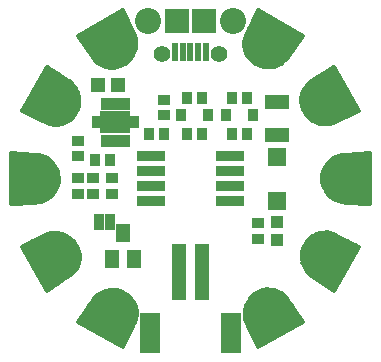
<source format=gts>
G75*
%MOIN*%
%OFA0B0*%
%FSLAX24Y24*%
%IPPOS*%
%LPD*%
%AMOC8*
5,1,8,0,0,1.08239X$1,22.5*
%
%ADD10R,0.0950X0.0320*%
%ADD11R,0.0237X0.0631*%
%ADD12R,0.0789X0.0789*%
%ADD13C,0.0556*%
%ADD14C,0.0867*%
%ADD15R,0.0789X0.0474*%
%ADD16R,0.0395X0.0395*%
%ADD17R,0.0190X0.0415*%
%ADD18R,0.1025X0.0730*%
%ADD19R,0.0356X0.0190*%
%ADD20R,0.0328X0.0407*%
%ADD21R,0.0474X0.0631*%
%ADD22R,0.0631X0.0631*%
%ADD23R,0.0513X0.0474*%
%ADD24R,0.0356X0.0434*%
%ADD25R,0.0434X0.0356*%
%ADD26R,0.0330X0.0580*%
%ADD27C,0.1346*%
%ADD28C,0.0120*%
%ADD29R,0.0474X0.1891*%
%ADD30R,0.0710X0.1340*%
D10*
X004860Y005430D03*
X004860Y005930D03*
X004860Y006430D03*
X004860Y006930D03*
X007510Y006930D03*
X007510Y006430D03*
X007510Y005930D03*
X007510Y005430D03*
D11*
X006692Y010387D03*
X006436Y010387D03*
X006180Y010387D03*
X005924Y010387D03*
X005668Y010387D03*
D12*
X005727Y011430D03*
X006633Y011430D03*
D13*
X007135Y010328D03*
X005225Y010328D03*
D14*
X004759Y011430D03*
X007601Y011430D03*
D15*
X009055Y008731D03*
X009055Y007629D03*
D16*
X009055Y004725D03*
X009055Y004135D03*
D17*
X004074Y007445D03*
X003877Y007445D03*
X003680Y007445D03*
X003483Y007445D03*
X003286Y007445D03*
X003286Y008665D03*
X003483Y008665D03*
X003680Y008665D03*
X003877Y008665D03*
X004074Y008665D03*
D18*
X003680Y008055D03*
D19*
X003070Y007957D03*
X003070Y008153D03*
X004290Y008153D03*
X004290Y007957D03*
D20*
X005852Y008305D03*
X006758Y008305D03*
X007352Y008305D03*
X008258Y008305D03*
D21*
X003930Y004363D03*
X003556Y003497D03*
X004304Y003497D03*
D22*
X009055Y005452D03*
X009055Y006908D03*
D23*
X003765Y009305D03*
X003095Y009305D03*
D24*
X004799Y007680D03*
X005311Y007680D03*
X006049Y007680D03*
X006561Y007680D03*
X007549Y007680D03*
X008061Y007680D03*
X008061Y008868D03*
X007549Y008868D03*
X006561Y008868D03*
X006049Y008868D03*
X003498Y006805D03*
X002987Y006805D03*
D25*
X002430Y006924D03*
X002430Y007436D03*
X002430Y006186D03*
X002930Y006186D03*
X002930Y005674D03*
X002430Y005674D03*
X003555Y005674D03*
X003555Y006186D03*
X005305Y008299D03*
X005305Y008811D03*
X008430Y004686D03*
X008430Y004174D03*
D26*
X003482Y004743D03*
X003128Y004743D03*
D27*
X001680Y003580D03*
X003580Y001680D03*
X000993Y006180D03*
X001680Y008780D03*
X003580Y010680D03*
X008780Y010680D03*
X010680Y008780D03*
X011368Y006180D03*
X010680Y003580D03*
X008780Y001680D03*
D28*
X001412Y002444D02*
X000562Y003916D01*
X001280Y004273D01*
X001394Y004325D01*
X001514Y004358D01*
X001638Y004373D01*
X001763Y004369D01*
X001885Y004346D01*
X002003Y004305D01*
X002113Y004246D01*
X002213Y004171D01*
X002300Y004082D01*
X002373Y003980D01*
X002430Y003867D01*
X002468Y003747D01*
X002486Y003622D01*
X002483Y003495D01*
X002461Y003371D01*
X002418Y003252D01*
X002357Y003141D01*
X002279Y003042D01*
X002186Y002956D01*
X002080Y002887D01*
X001412Y002444D01*
X001351Y002550D02*
X001572Y002550D01*
X001751Y002669D02*
X001282Y002669D01*
X001214Y002787D02*
X001929Y002787D01*
X002108Y002906D02*
X001146Y002906D01*
X001077Y003024D02*
X002259Y003024D01*
X002358Y003143D02*
X001009Y003143D01*
X000940Y003261D02*
X002421Y003261D01*
X002462Y003380D02*
X000872Y003380D01*
X000804Y003498D02*
X002483Y003498D01*
X002486Y003617D02*
X000735Y003617D01*
X000667Y003735D02*
X002469Y003735D01*
X002434Y003854D02*
X000598Y003854D01*
X000675Y003972D02*
X002377Y003972D01*
X002292Y004091D02*
X000913Y004091D01*
X001152Y004209D02*
X002162Y004209D01*
X001939Y004328D02*
X001404Y004328D01*
X001150Y005394D02*
X000193Y005394D01*
X000193Y005330D02*
X000193Y007030D01*
X000993Y006980D01*
X001117Y006968D01*
X001238Y006937D01*
X001353Y006888D01*
X001459Y006822D01*
X001553Y006741D01*
X001635Y006646D01*
X001701Y006540D01*
X001750Y006425D01*
X001780Y006304D01*
X001793Y006180D01*
X001785Y006054D01*
X001758Y005930D01*
X001711Y005813D01*
X001646Y005705D01*
X001564Y005609D01*
X001468Y005527D01*
X001359Y005461D01*
X001242Y005415D01*
X001119Y005387D01*
X000993Y005380D01*
X000193Y005330D01*
X000193Y005513D02*
X001444Y005513D01*
X001583Y005631D02*
X000193Y005631D01*
X000193Y005750D02*
X001673Y005750D01*
X001733Y005868D02*
X000193Y005868D01*
X000193Y005987D02*
X001770Y005987D01*
X001788Y006105D02*
X000193Y006105D01*
X000193Y006224D02*
X001788Y006224D01*
X001771Y006342D02*
X000193Y006342D01*
X000193Y006461D02*
X001735Y006461D01*
X001676Y006579D02*
X000193Y006579D01*
X000193Y006698D02*
X001591Y006698D01*
X001466Y006816D02*
X000193Y006816D01*
X000193Y006935D02*
X001244Y006935D01*
X001513Y007992D02*
X001393Y008030D01*
X001280Y008087D01*
X000562Y008444D01*
X001412Y009916D01*
X002080Y009473D01*
X002182Y009400D01*
X002271Y009313D01*
X002346Y009213D01*
X002405Y009103D01*
X002446Y008985D01*
X002469Y008863D01*
X002473Y008738D01*
X002458Y008614D01*
X002425Y008494D01*
X002373Y008380D01*
X002304Y008274D01*
X002218Y008181D01*
X002119Y008103D01*
X002008Y008042D01*
X001889Y007999D01*
X001765Y007977D01*
X001638Y007974D01*
X001513Y007992D01*
X001486Y008001D02*
X001894Y008001D01*
X002140Y008120D02*
X001215Y008120D01*
X000976Y008238D02*
X002270Y008238D01*
X002357Y008357D02*
X000738Y008357D01*
X000580Y008475D02*
X002416Y008475D01*
X002453Y008594D02*
X000649Y008594D01*
X000717Y008712D02*
X002470Y008712D01*
X002470Y008831D02*
X000785Y008831D01*
X000854Y008949D02*
X002453Y008949D01*
X002417Y009068D02*
X000922Y009068D01*
X000991Y009186D02*
X002360Y009186D01*
X002277Y009305D02*
X001059Y009305D01*
X001127Y009423D02*
X002150Y009423D01*
X001977Y009542D02*
X001196Y009542D01*
X001264Y009660D02*
X001798Y009660D01*
X001619Y009779D02*
X001333Y009779D01*
X001401Y009897D02*
X001441Y009897D01*
X002444Y010948D02*
X003916Y011798D01*
X004273Y011080D01*
X004325Y010966D01*
X004358Y010846D01*
X004373Y010722D01*
X004369Y010597D01*
X004346Y010475D01*
X004305Y010357D01*
X004246Y010247D01*
X004171Y010147D01*
X004082Y010060D01*
X003980Y009987D01*
X003867Y009930D01*
X003747Y009892D01*
X003622Y009874D01*
X003495Y009877D01*
X003371Y009899D01*
X003252Y009942D01*
X003141Y010003D01*
X003042Y010081D01*
X002956Y010174D01*
X002887Y010280D01*
X002444Y010948D01*
X002471Y010964D02*
X004325Y010964D01*
X004358Y010845D02*
X002512Y010845D01*
X002591Y010727D02*
X004373Y010727D01*
X004370Y010608D02*
X002669Y010608D01*
X002748Y010490D02*
X004349Y010490D01*
X004310Y010371D02*
X002827Y010371D01*
X002905Y010253D02*
X004249Y010253D01*
X004158Y010134D02*
X002993Y010134D01*
X003125Y010016D02*
X004020Y010016D01*
X003762Y009897D02*
X003384Y009897D01*
X002676Y011082D02*
X004272Y011082D01*
X004213Y011201D02*
X002882Y011201D01*
X003087Y011319D02*
X004154Y011319D01*
X004095Y011438D02*
X003292Y011438D01*
X003497Y011556D02*
X004036Y011556D01*
X003977Y011675D02*
X003703Y011675D01*
X003908Y011793D02*
X003919Y011793D01*
X007992Y010847D02*
X007974Y010722D01*
X007977Y010595D01*
X007999Y010471D01*
X008042Y010352D01*
X008103Y010241D01*
X008181Y010142D01*
X008274Y010056D01*
X008380Y009987D01*
X008494Y009935D01*
X008614Y009902D01*
X008738Y009887D01*
X008863Y009891D01*
X008985Y009914D01*
X009103Y009955D01*
X009213Y010014D01*
X009313Y010089D01*
X009400Y010178D01*
X009473Y010280D01*
X009916Y010948D01*
X008444Y011798D01*
X008087Y011080D01*
X008030Y010967D01*
X007992Y010847D01*
X007992Y010845D02*
X009848Y010845D01*
X009889Y010964D02*
X008029Y010964D01*
X008088Y011082D02*
X009684Y011082D01*
X009478Y011201D02*
X008147Y011201D01*
X008206Y011319D02*
X009273Y011319D01*
X009068Y011438D02*
X008265Y011438D01*
X008324Y011556D02*
X008863Y011556D01*
X008657Y011675D02*
X008383Y011675D01*
X008441Y011793D02*
X008452Y011793D01*
X007975Y010727D02*
X009769Y010727D01*
X009691Y010608D02*
X007976Y010608D01*
X007996Y010490D02*
X009612Y010490D01*
X009533Y010371D02*
X008035Y010371D01*
X008097Y010253D02*
X009453Y010253D01*
X009357Y010134D02*
X008190Y010134D01*
X008337Y010016D02*
X009215Y010016D01*
X008896Y009897D02*
X008653Y009897D01*
X009899Y008989D02*
X009877Y008865D01*
X009874Y008738D01*
X009892Y008613D01*
X009930Y008493D01*
X009987Y008380D01*
X010060Y008278D01*
X010147Y008189D01*
X010247Y008114D01*
X010357Y008055D01*
X010475Y008014D01*
X010597Y007991D01*
X010722Y007987D01*
X010846Y008002D01*
X010966Y008035D01*
X011080Y008087D01*
X011798Y008444D01*
X010948Y009916D01*
X010280Y009473D01*
X010174Y009404D01*
X010081Y009318D01*
X010003Y009219D01*
X009942Y009108D01*
X009899Y008989D01*
X009892Y008949D02*
X011506Y008949D01*
X011438Y009068D02*
X009927Y009068D01*
X009985Y009186D02*
X011369Y009186D01*
X011301Y009305D02*
X010070Y009305D01*
X010204Y009423D02*
X011233Y009423D01*
X011164Y009542D02*
X010383Y009542D01*
X010562Y009660D02*
X011096Y009660D01*
X011027Y009779D02*
X010741Y009779D01*
X010919Y009897D02*
X010959Y009897D01*
X011575Y008831D02*
X009876Y008831D01*
X009878Y008712D02*
X011643Y008712D01*
X011711Y008594D02*
X009899Y008594D01*
X009939Y008475D02*
X011780Y008475D01*
X011622Y008357D02*
X010004Y008357D01*
X010099Y008238D02*
X011384Y008238D01*
X011145Y008120D02*
X010240Y008120D01*
X010542Y008001D02*
X010840Y008001D01*
X011118Y006945D02*
X011241Y006973D01*
X011368Y006980D01*
X012168Y007030D01*
X012168Y005330D01*
X011368Y005380D01*
X011243Y005392D01*
X011122Y005423D01*
X011007Y005472D01*
X010901Y005538D01*
X010807Y005619D01*
X010725Y005714D01*
X010659Y005820D01*
X010610Y005935D01*
X010580Y006056D01*
X010568Y006180D01*
X010575Y006306D01*
X010602Y006430D01*
X010649Y006547D01*
X010714Y006655D01*
X010796Y006751D01*
X010892Y006833D01*
X011001Y006899D01*
X011118Y006945D01*
X011091Y006935D02*
X012168Y006935D01*
X012168Y006816D02*
X010872Y006816D01*
X010750Y006698D02*
X012168Y006698D01*
X012168Y006579D02*
X010668Y006579D01*
X010614Y006461D02*
X012168Y006461D01*
X012168Y006342D02*
X010583Y006342D01*
X010570Y006224D02*
X012168Y006224D01*
X012168Y006105D02*
X010575Y006105D01*
X010597Y005987D02*
X012168Y005987D01*
X012168Y005868D02*
X010639Y005868D01*
X010703Y005750D02*
X012168Y005750D01*
X012168Y005631D02*
X010796Y005631D01*
X010942Y005513D02*
X012168Y005513D01*
X012168Y005394D02*
X011236Y005394D01*
X010847Y004368D02*
X010722Y004386D01*
X010595Y004383D01*
X010471Y004361D01*
X010352Y004318D01*
X010241Y004257D01*
X010142Y004179D01*
X010056Y004086D01*
X009987Y003980D01*
X009935Y003866D01*
X009902Y003746D01*
X009887Y003622D01*
X009891Y003497D01*
X009914Y003375D01*
X009955Y003257D01*
X010014Y003147D01*
X010089Y003047D01*
X010178Y002960D01*
X010280Y002887D01*
X010948Y002444D01*
X011798Y003916D01*
X011080Y004273D01*
X010967Y004330D01*
X010847Y004368D01*
X010972Y004328D02*
X010378Y004328D01*
X010180Y004209D02*
X011208Y004209D01*
X011447Y004091D02*
X010061Y004091D01*
X009984Y003972D02*
X011685Y003972D01*
X011762Y003854D02*
X009932Y003854D01*
X009900Y003735D02*
X011693Y003735D01*
X011625Y003617D02*
X009887Y003617D01*
X009891Y003498D02*
X011556Y003498D01*
X011488Y003380D02*
X009913Y003380D01*
X009954Y003261D02*
X011420Y003261D01*
X011351Y003143D02*
X010017Y003143D01*
X010113Y003024D02*
X011283Y003024D01*
X011214Y002906D02*
X010254Y002906D01*
X010431Y002787D02*
X011146Y002787D01*
X011078Y002669D02*
X010609Y002669D01*
X010788Y002550D02*
X011009Y002550D01*
X009916Y001412D02*
X008444Y000562D01*
X008087Y001280D01*
X008035Y001394D01*
X008002Y001514D01*
X007987Y001638D01*
X007991Y001763D01*
X008014Y001885D01*
X008055Y002003D01*
X008114Y002113D01*
X008189Y002213D01*
X008278Y002300D01*
X008380Y002373D01*
X008493Y002430D01*
X008613Y002468D01*
X008738Y002486D01*
X008865Y002483D01*
X008989Y002461D01*
X009108Y002418D01*
X009219Y002357D01*
X009318Y002279D01*
X009404Y002186D01*
X009473Y002080D01*
X009916Y001412D01*
X009869Y001484D02*
X008010Y001484D01*
X007991Y001602D02*
X009790Y001602D01*
X009711Y001721D02*
X007989Y001721D01*
X008005Y001839D02*
X009633Y001839D01*
X009554Y001958D02*
X008039Y001958D01*
X008094Y002076D02*
X009475Y002076D01*
X009395Y002195D02*
X008175Y002195D01*
X008296Y002313D02*
X009275Y002313D01*
X009071Y002432D02*
X008499Y002432D01*
X008049Y001365D02*
X009834Y001365D01*
X009629Y001247D02*
X008104Y001247D01*
X008163Y001128D02*
X009424Y001128D01*
X009219Y001010D02*
X008222Y001010D01*
X008280Y000891D02*
X009013Y000891D01*
X008808Y000773D02*
X008339Y000773D01*
X008398Y000654D02*
X008603Y000654D01*
X004368Y001513D02*
X004386Y001638D01*
X004383Y001765D01*
X004361Y001889D01*
X004318Y002008D01*
X004257Y002119D01*
X004179Y002218D01*
X004086Y002304D01*
X003980Y002373D01*
X003866Y002425D01*
X003746Y002458D01*
X003622Y002473D01*
X003497Y002469D01*
X003375Y002446D01*
X003257Y002405D01*
X003147Y002346D01*
X003047Y002271D01*
X002960Y002182D01*
X002887Y002080D01*
X002444Y001412D01*
X003916Y000562D01*
X004273Y001280D01*
X004330Y001393D01*
X004368Y001513D01*
X004358Y001484D02*
X002491Y001484D01*
X002526Y001365D02*
X004316Y001365D01*
X004256Y001247D02*
X002731Y001247D01*
X002936Y001128D02*
X004197Y001128D01*
X004138Y001010D02*
X003141Y001010D01*
X003347Y000891D02*
X004080Y000891D01*
X004021Y000773D02*
X003552Y000773D01*
X003757Y000654D02*
X003962Y000654D01*
X004380Y001602D02*
X002570Y001602D01*
X002649Y001721D02*
X004384Y001721D01*
X004370Y001839D02*
X002727Y001839D01*
X002806Y001958D02*
X004336Y001958D01*
X004281Y002076D02*
X002885Y002076D01*
X002972Y002195D02*
X004197Y002195D01*
X004071Y002313D02*
X003103Y002313D01*
X003333Y002432D02*
X003841Y002432D01*
D29*
X005786Y003074D03*
X006574Y003074D03*
D30*
X007519Y001027D03*
X004841Y001027D03*
M02*

</source>
